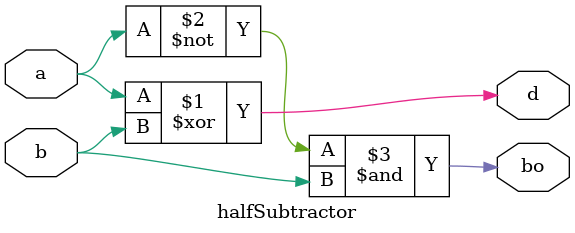
<source format=v>
`timescale 1ns / 1ps

// Behavioral
module halfSubtractor(d, bo, a, b);
	input a, b;
	output d, bo;

	assign d = a ^ b;
	assign bo = ~a & b;
endmodule

// Structural
// module halfSubtractor(d, bo, a, b);
// 	input a, b;
// 	output d, bo;
// 	wire a1;

// 	xor x1(d, a, b);
// 	not n1(a1, a);
// 	and a2(bo, a1, b);
// endmodule

</source>
